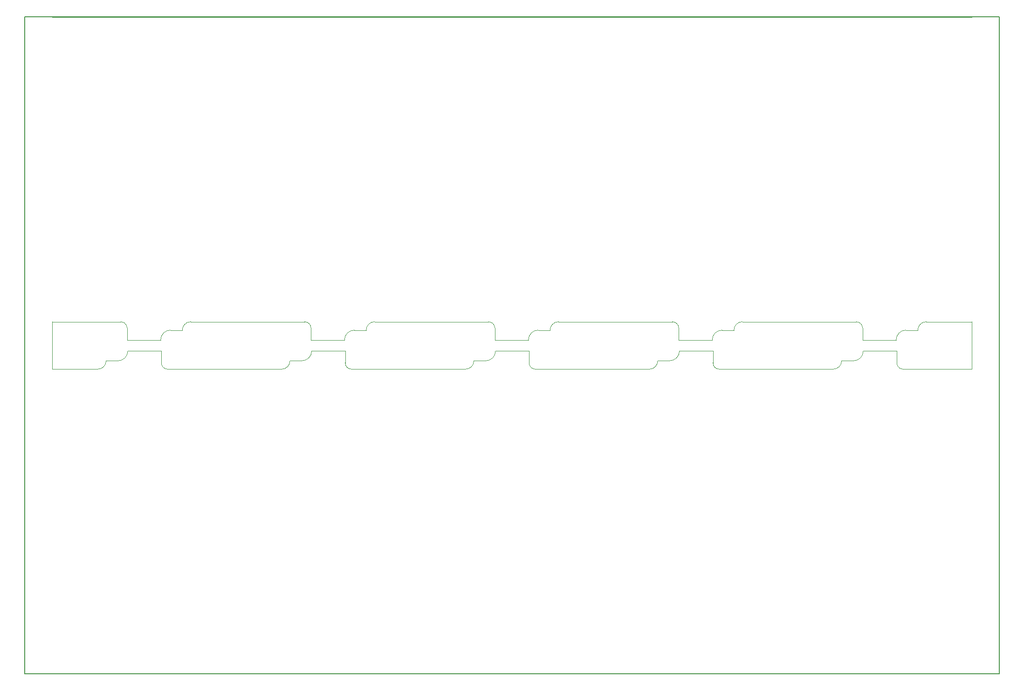
<source format=gbr>
G04 #@! TF.FileFunction,Profile,NP*
%FSLAX46Y46*%
G04 Gerber Fmt 4.6, Leading zero omitted, Abs format (unit mm)*
G04 Created by KiCad (PCBNEW 4.0.7+dfsg1-1) date Thu Apr 26 21:15:47 2018*
%MOMM*%
%LPD*%
G01*
G04 APERTURE LIST*
%ADD10C,0.100000*%
%ADD11C,0.200000*%
G04 APERTURE END LIST*
D10*
X126239000Y-150990000D02*
X126238000Y-142367000D01*
X293243000Y-142367000D02*
X293244000Y-150990000D01*
D11*
X298230000Y-87000000D02*
X121270000Y-86990000D01*
X298230000Y-206360000D02*
X298230000Y-87000000D01*
X121270000Y-206360000D02*
X298230000Y-206360000D01*
X121270000Y-86990000D02*
X121270000Y-206380000D01*
D10*
X268098000Y-150990000D02*
X259843000Y-150990000D01*
X234697000Y-150990000D02*
X226442000Y-150990000D01*
X201296000Y-150990000D02*
X193041000Y-150990000D01*
X167895000Y-150990000D02*
X159640000Y-150990000D01*
X259843000Y-206362000D02*
X293244000Y-206362000D01*
X226442000Y-206362000D02*
X259843000Y-206362000D01*
X193041000Y-206362000D02*
X226442000Y-206362000D01*
X159640000Y-206362000D02*
X193041000Y-206362000D01*
X293244000Y-150990000D02*
X280798000Y-150990000D01*
X259843000Y-150990000D02*
X247397000Y-150990000D01*
X226442000Y-150990000D02*
X213996000Y-150990000D01*
X193041000Y-150990000D02*
X180595000Y-150990000D01*
X272288990Y-142375668D02*
G75*
G02X273431990Y-143518668I0J-1143000D01*
G01*
X238887990Y-142375668D02*
G75*
G02X240030990Y-143518668I0J-1143000D01*
G01*
X205486990Y-142375668D02*
G75*
G02X206629990Y-143518668I0J-1143000D01*
G01*
X172085990Y-142375668D02*
G75*
G02X173228990Y-143518668I0J-1143000D01*
G01*
X271781000Y-149466000D02*
G75*
G03X273559000Y-147688000I0J1778000D01*
G01*
X238380000Y-149466000D02*
G75*
G03X240158000Y-147688000I0J1778000D01*
G01*
X204979000Y-149466000D02*
G75*
G03X206757000Y-147688000I0J1778000D01*
G01*
X171578000Y-149466000D02*
G75*
G03X173356000Y-147688000I0J1778000D01*
G01*
X268098000Y-150990000D02*
G75*
G03X269622000Y-149466000I0J1524000D01*
G01*
X234697000Y-150990000D02*
G75*
G03X236221000Y-149466000I0J1524000D01*
G01*
X201296000Y-150990000D02*
G75*
G03X202820000Y-149466000I0J1524000D01*
G01*
X167895000Y-150990000D02*
G75*
G03X169419000Y-149466000I0J1524000D01*
G01*
X273559000Y-147688000D02*
X279655000Y-147688000D01*
X240158000Y-147688000D02*
X246254000Y-147688000D01*
X206757000Y-147688000D02*
X212853000Y-147688000D01*
X173356000Y-147688000D02*
X179452000Y-147688000D01*
X269622000Y-149466000D02*
X271781000Y-149466000D01*
X236221000Y-149466000D02*
X238380000Y-149466000D01*
X202820000Y-149466000D02*
X204979000Y-149466000D01*
X169419000Y-149466000D02*
X171578000Y-149466000D01*
X273431990Y-145677668D02*
X273431990Y-143518668D01*
X240030990Y-145677668D02*
X240030990Y-143518668D01*
X206629990Y-145677668D02*
X206629990Y-143518668D01*
X173228990Y-145677668D02*
X173228990Y-143518668D01*
X279527990Y-145677668D02*
X273431990Y-145677668D01*
X246126990Y-145677668D02*
X240030990Y-145677668D01*
X212725990Y-145677668D02*
X206629990Y-145677668D01*
X179324990Y-145677668D02*
X173228990Y-145677668D01*
X284988990Y-142375668D02*
G75*
G03X283464990Y-143899668I0J-1524000D01*
G01*
X251587990Y-142375668D02*
G75*
G03X250063990Y-143899668I0J-1524000D01*
G01*
X218186990Y-142375668D02*
G75*
G03X216662990Y-143899668I0J-1524000D01*
G01*
X184785990Y-142375668D02*
G75*
G03X183261990Y-143899668I0J-1524000D01*
G01*
X283464990Y-143899668D02*
X281305990Y-143899668D01*
X250063990Y-143899668D02*
X247904990Y-143899668D01*
X216662990Y-143899668D02*
X214503990Y-143899668D01*
X183261990Y-143899668D02*
X181102990Y-143899668D01*
X279655000Y-147688000D02*
X279655000Y-149847000D01*
X246254000Y-147688000D02*
X246254000Y-149847000D01*
X212853000Y-147688000D02*
X212853000Y-149847000D01*
X179452000Y-147688000D02*
X179452000Y-149847000D01*
X281305990Y-143899668D02*
G75*
G03X279527990Y-145677668I0J-1778000D01*
G01*
X247904990Y-143899668D02*
G75*
G03X246126990Y-145677668I0J-1778000D01*
G01*
X214503990Y-143899668D02*
G75*
G03X212725990Y-145677668I0J-1778000D01*
G01*
X181102990Y-143899668D02*
G75*
G03X179324990Y-145677668I0J-1778000D01*
G01*
X280798000Y-150990000D02*
G75*
G02X279655000Y-149847000I0J1143000D01*
G01*
X247397000Y-150990000D02*
G75*
G02X246254000Y-149847000I0J1143000D01*
G01*
X213996000Y-150990000D02*
G75*
G02X212853000Y-149847000I0J1143000D01*
G01*
X180595000Y-150990000D02*
G75*
G02X179452000Y-149847000I0J1143000D01*
G01*
X293243990Y-87003668D02*
X259842990Y-87003668D01*
X259842990Y-87003668D02*
X226441990Y-87003668D01*
X226441990Y-87003668D02*
X193040990Y-87003668D01*
X193040990Y-87003668D02*
X159639990Y-87003668D01*
X284988990Y-142375668D02*
X293243990Y-142375668D01*
X251587990Y-142375668D02*
X259842990Y-142375668D01*
X218186990Y-142375668D02*
X226441990Y-142375668D01*
X184785990Y-142375668D02*
X193040990Y-142375668D01*
X259842990Y-142375668D02*
X272288990Y-142375668D01*
X226441990Y-142375668D02*
X238887990Y-142375668D01*
X193040990Y-142375668D02*
X205486990Y-142375668D01*
X159639990Y-142375668D02*
X172085990Y-142375668D01*
X126239000Y-206362000D02*
X159640000Y-206362000D01*
X159640000Y-150990000D02*
X147194000Y-150990000D01*
X134494000Y-150990000D02*
X126239000Y-150990000D01*
X147194000Y-150990000D02*
G75*
G02X146051000Y-149847000I0J1143000D01*
G01*
X139955000Y-147688000D02*
X146051000Y-147688000D01*
X138177000Y-149466000D02*
G75*
G03X139955000Y-147688000I0J1778000D01*
G01*
X146051000Y-147688000D02*
X146051000Y-149847000D01*
X136018000Y-149466000D02*
X138177000Y-149466000D01*
X134494000Y-150990000D02*
G75*
G03X136018000Y-149466000I0J1524000D01*
G01*
X149860990Y-143899668D02*
X147701990Y-143899668D01*
X151384990Y-142375668D02*
G75*
G03X149860990Y-143899668I0J-1524000D01*
G01*
X147701990Y-143899668D02*
G75*
G03X145923990Y-145677668I0J-1778000D01*
G01*
X138684990Y-142375668D02*
G75*
G02X139827990Y-143518668I0J-1143000D01*
G01*
X139827990Y-145677668D02*
X139827990Y-143518668D01*
X151384990Y-142375668D02*
X159639990Y-142375668D01*
X126238990Y-142375668D02*
X138684990Y-142375668D01*
X145923990Y-145677668D02*
X139827990Y-145677668D01*
X159639990Y-87003668D02*
X126238990Y-87003668D01*
M02*

</source>
